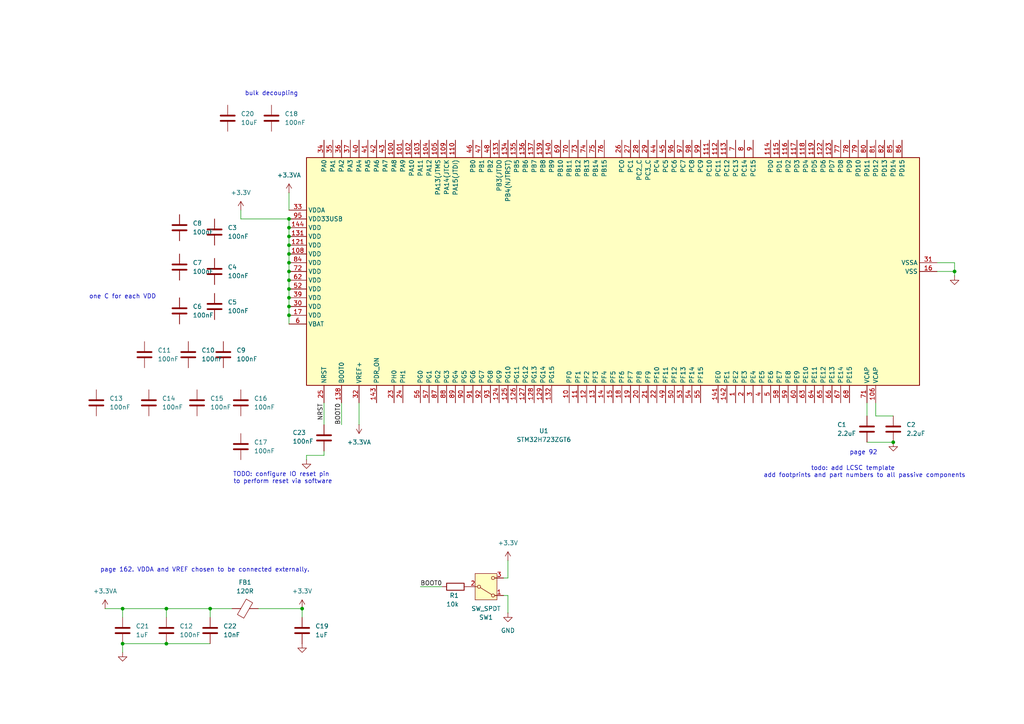
<source format=kicad_sch>
(kicad_sch (version 20231120) (generator "eeschema") (generator_version "8.0")
  (paper "A4")
  (lib_symbols
    (symbol "Connector:Conn_01x02_Socket" (pin_names (offset 1.016) hide)
      (property "Reference" "J" (at 0 2.54 0))
      (property "Value" "Conn_01x02_Socket" (at 0 -5.08 0))
      (symbol "Conn_01x02_Socket_1_1"
        (arc (start 0 -2.032) (mid -0.5058 -2.54) (end 0 -3.048) (stroke (width 0.1524)))
        (polyline (pts (xy -1.27 -2.54) (xy -0.508 -2.54)) (stroke (width 0.1524)))
        (polyline (pts (xy -1.27 0) (xy -0.508 0)) (stroke (width 0.1524)))
        (arc (start 0 0.508) (mid -0.5058 0) (end 0 -0.508) (stroke (width 0.1524)))
        (pin passive line (at -5.08 0 0) (length 3.81) (name "Pin_1") (number "1"))
        (pin passive line (at -5.08 -2.54 0) (length 3.81) (name "Pin_2") (number "2"))
      )
    )
    (symbol "Connector:USB_C_Plug_USB2.0" (pin_names (offset 1.016))
      (property "Reference" "P" (at -10.16 19.05 0))
      (property "Value" "USB_C_Plug_USB2.0" (at 12.7 19.05 0))
      (symbol "USB_C_Plug_USB2.0_0_0"
        (rectangle (start -0.254 -17.78) (end 0.254 -16.764))
        (rectangle (start 10.16 -2.286) (end 9.144 -2.794))
        (rectangle (start 10.16 2.794) (end 9.144 2.286))
        (rectangle (start 10.16 7.874) (end 9.144 7.366))
        (rectangle (start 10.16 10.414) (end 9.144 9.906))
        (rectangle (start 10.16 15.494) (end 9.144 14.986))
      )
      (symbol "USB_C_Plug_USB2.0_0_1"
        (rectangle (start -10.16 17.78) (end 10.16 -17.78) (stroke (width 0.254)) (fill (type background)))
        (arc (start -8.89 -3.81) (mid -6.985 -5.7067) (end -5.08 -3.81) (stroke (width 0.508)))
        (arc (start -7.62 -3.81) (mid -6.985 -4.4423) (end -6.35 -3.81) (stroke (width 0.254)))
        (arc (start -7.62 -3.81) (mid -6.985 -4.4423) (end -6.35 -3.81) (stroke (width 0.254)) (fill (type outline)))
        (rectangle (start -7.62 -3.81) (end -6.35 3.81) (stroke (width 0.254)) (fill (type outline)))
        (arc (start -6.35 3.81) (mid -6.985 4.4423) (end -7.62 3.81) (stroke (width 0.254)))
        (arc (start -6.35 3.81) (mid -6.985 4.4423) (end -7.62 3.81) (stroke (width 0.254)) (fill (type outline)))
        (arc (start -5.08 3.81) (mid -6.985 5.7067) (end -8.89 3.81) (stroke (width 0.508)))
        (circle (center -2.54 1.143) (radius 0.635) (stroke (width 0.254)) (fill (type outline)))
        (circle (center 0 -5.842) (radius 1.27) (fill (type outline)))
        (polyline (pts (xy -8.89 -3.81) (xy -8.89 3.81)) (stroke (width 0.508)))
        (polyline (pts (xy -5.08 3.81) (xy -5.08 -3.81)) (stroke (width 0.508)))
        (polyline (pts (xy 0 -5.842) (xy 0 4.318)) (stroke (width 0.508)))
        (polyline (pts (xy 0 -3.302) (xy -2.54 -0.762) (xy -2.54 0.508)) (stroke (width 0.508)))
        (polyline (pts (xy 0 -2.032) (xy 2.54 0.508) (xy 2.54 1.778)) (stroke (width 0.508)))
        (polyline (pts (xy -1.27 4.318) (xy 0 6.858) (xy 1.27 4.318) (xy -1.27 4.318)) (stroke (width 0.254)) (fill (type outline)))
        (rectangle (start 1.905 1.778) (end 3.175 3.048) (stroke (width 0.254)) (fill (type outline)))
      )
      (symbol "USB_C_Plug_USB2.0_1_1"
        (pin passive line (at 0 -22.86 90) (length 5.08) (name "GND") (number "A1"))
        (pin passive line (at 0 -22.86 90) (length 5.08) hide (name "GND") (number "A12"))
        (pin passive line (at 15.24 15.24 180) (length 5.08) (name "VBUS") (number "A4"))
        (pin bidirectional line (at 15.24 10.16 180) (length 5.08) (name "CC") (number "A5"))
        (pin bidirectional line (at 15.24 -2.54 180) (length 5.08) (name "D+") (number "A6"))
        (pin bidirectional line (at 15.24 2.54 180) (length 5.08) (name "D-") (number "A7"))
        (pin passive line (at 15.24 15.24 180) (length 5.08) hide (name "VBUS") (number "A9"))
        (pin passive line (at 0 -22.86 90) (length 5.08) hide (name "GND") (number "B1"))
        (pin passive line (at 0 -22.86 90) (length 5.08) hide (name "GND") (number "B12"))
        (pin passive line (at 15.24 15.24 180) (length 5.08) hide (name "VBUS") (number "B4"))
        (pin bidirectional line (at 15.24 7.62 180) (length 5.08) (name "VCONN") (number "B5"))
        (pin passive line (at 15.24 15.24 180) (length 5.08) hide (name "VBUS") (number "B9"))
        (pin passive line (at -7.62 -22.86 90) (length 5.08) (name "SHIELD") (number "S1"))
      )
    )
    (symbol "Device:C" (pin_numbers hide) (pin_names (offset 0.254))
      (property "Reference" "C" (at 0.635 2.54 0))
      (property "Value" "C" (at 0.635 -2.54 0))
      (symbol "C_0_1"
        (polyline (pts (xy -2.032 -0.762) (xy 2.032 -0.762)) (stroke (width 0.508)))
        (polyline (pts (xy -2.032 0.762) (xy 2.032 0.762)) (stroke (width 0.508)))
      )
      (symbol "C_1_1"
        (pin passive line (at 0 3.81 270) (length 2.794) (name "~") (number "1"))
        (pin passive line (at 0 -3.81 90) (length 2.794) (name "~") (number "2"))
      )
    )
    (symbol "Device:FerriteBead" (pin_numbers hide) (pin_names (offset 0))
      (property "Reference" "FB" (at -3.81 0.635 90))
      (property "Value" "FerriteBead" (at 3.81 0 90))
      (symbol "FerriteBead_0_1"
        (polyline (pts (xy 0 -1.27) (xy 0 -1.2192)))
        (polyline (pts (xy 0 1.27) (xy 0 1.2954)))
        (polyline (pts (xy -2.7686 0.4064) (xy -1.7018 2.2606) (xy 2.7686 -0.3048) (xy 1.6764 -2.159) (xy -2.7686 0.4064)))
      )
      (symbol "FerriteBead_1_1"
        (pin passive line (at 0 3.81 270) (length 2.54) (name "~") (number "1"))
        (pin passive line (at 0 -3.81 90) (length 2.54) (name "~") (number "2"))
      )
    )
    (symbol "Device:R" (pin_numbers hide) (pin_names (offset 0))
      (property "Reference" "R" (at 2.032 0 90))
      (property "Value" "R" (at 0 0 90))
      (symbol "R_0_1"
        (rectangle (start -1.016 -2.54) (end 1.016 2.54) (stroke (width 0.254)))
      )
      (symbol "R_1_1"
        (pin passive line (at 0 3.81 270) (length 1.27) (name "~") (number "1"))
        (pin passive line (at 0 -3.81 90) (length 1.27) (name "~") (number "2"))
      )
    )
    (symbol "MCU_ST_STM32H7:STM32H723ZGTx"
      (property "Reference" "U" (at -33.02 90.17 0))
      (property "Value" "STM32H723ZGTx" (at 20.32 90.17 0))
      (symbol "STM32H723ZGTx_0_1"
        (rectangle (start -33.02 -88.9) (end 33.02 88.9) (stroke (width 0.254)) (fill (type background)))
      )
      (symbol "STM32H723ZGTx_1_1"
        (pin bidirectional line (at -38.1 -35.56 0) (length 5.08) (name "PE2") (number "1"))
        (pin bidirectional line (at -38.1 12.7 0) (length 5.08) (name "PF0") (number "10"))
        (pin bidirectional line (at 38.1 63.5 180) (length 5.08) (name "PA8") (number "100"))
        (pin bidirectional line (at 38.1 60.96 180) (length 5.08) (name "PA9") (number "101"))
        (pin bidirectional line (at 38.1 58.42 180) (length 5.08) (name "PA10") (number "102"))
        (pin bidirectional line (at 38.1 55.88 180) (length 5.08) (name "PA11") (number "103"))
        (pin bidirectional line (at 38.1 53.34 180) (length 5.08) (name "PA12") (number "104"))
        (pin bidirectional line (at 38.1 50.8 180) (length 5.08) (name "PA13(JTMS") (number "105"))
        (pin power_out line (at -38.1 -76.2 0) (length 5.08) (name "VCAP") (number "106"))
        (pin passive line (at 0 -93.98 90) (length 5.08) hide (name "VSS") (number "107"))
        (pin power_in line (at 5.08 93.98 270) (length 5.08) (name "VDD") (number "108"))
        (pin bidirectional line (at 38.1 48.26 180) (length 5.08) (name "PA14(JTCK") (number "109"))
        (pin bidirectional line (at -38.1 10.16 0) (length 5.08) (name "PF1") (number "11"))
        (pin bidirectional line (at 38.1 45.72 180) (length 5.08) (name "PA15(JTDI)") (number "110"))
        (pin bidirectional line (at 38.1 -27.94 180) (length 5.08) (name "PC10") (number "111"))
        (pin bidirectional line (at 38.1 -30.48 180) (length 5.08) (name "PC11") (number "112"))
        (pin bidirectional line (at 38.1 -33.02 180) (length 5.08) (name "PC12") (number "113"))
        (pin bidirectional line (at 38.1 -45.72 180) (length 5.08) (name "PD0") (number "114"))
        (pin bidirectional line (at 38.1 -48.26 180) (length 5.08) (name "PD1") (number "115"))
        (pin bidirectional line (at 38.1 -50.8 180) (length 5.08) (name "PD2") (number "116"))
        (pin bidirectional line (at 38.1 -53.34 180) (length 5.08) (name "PD3") (number "117"))
        (pin bidirectional line (at 38.1 -55.88 180) (length 5.08) (name "PD4") (number "118"))
        (pin bidirectional line (at 38.1 -58.42 180) (length 5.08) (name "PD5") (number "119"))
        (pin bidirectional line (at -38.1 7.62 0) (length 5.08) (name "PF2") (number "12"))
        (pin passive line (at 0 -93.98 90) (length 5.08) hide (name "VSS") (number "120"))
        (pin power_in line (at 7.62 93.98 270) (length 5.08) (name "VDD") (number "121"))
        (pin bidirectional line (at 38.1 -60.96 180) (length 5.08) (name "PD6") (number "122"))
        (pin bidirectional line (at 38.1 -63.5 180) (length 5.08) (name "PD7") (number "123"))
        (pin bidirectional line (at -38.1 33.02 0) (length 5.08) (name "PG9") (number "124"))
        (pin bidirectional line (at -38.1 30.48 0) (length 5.08) (name "PG10") (number "125"))
        (pin bidirectional line (at -38.1 27.94 0) (length 5.08) (name "PG11") (number "126"))
        (pin bidirectional line (at -38.1 25.4 0) (length 5.08) (name "PG12") (number "127"))
        (pin bidirectional line (at -38.1 22.86 0) (length 5.08) (name "PG13") (number "128"))
        (pin bidirectional line (at -38.1 20.32 0) (length 5.08) (name "PG14") (number "129"))
        (pin bidirectional line (at -38.1 5.08 0) (length 5.08) (name "PF3") (number "13"))
        (pin passive line (at 0 -93.98 90) (length 5.08) hide (name "VSS") (number "130"))
        (pin power_in line (at 10.16 93.98 270) (length 5.08) (name "VDD") (number "131"))
        (pin bidirectional line (at -38.1 17.78 0) (length 5.08) (name "PG15") (number "132"))
        (pin bidirectional line (at 38.1 33.02 180) (length 5.08) (name "PB3(JTDO") (number "133"))
        (pin bidirectional line (at 38.1 30.48 180) (length 5.08) (name "PB4(NJTRST)") (number "134"))
        (pin bidirectional line (at 38.1 27.94 180) (length 5.08) (name "PB5") (number "135"))
        (pin bidirectional line (at 38.1 25.4 180) (length 5.08) (name "PB6") (number "136"))
        (pin bidirectional line (at 38.1 22.86 180) (length 5.08) (name "PB7") (number "137"))
        (pin input line (at -38.1 78.74 0) (length 5.08) (name "BOOT0") (number "138"))
        (pin bidirectional line (at 38.1 20.32 180) (length 5.08) (name "PB8") (number "139"))
        (pin bidirectional line (at -38.1 2.54 0) (length 5.08) (name "PF4") (number "14"))
        (pin bidirectional line (at 38.1 17.78 180) (length 5.08) (name "PB9") (number "140"))
        (pin bidirectional line (at -38.1 -30.48 0) (length 5.08) (name "PE0") (number "141"))
        (pin bidirectional line (at -38.1 -33.02 0) (length 5.08) (name "PE1") (number "142"))
        (pin input line (at -38.1 68.58 0) (length 5.08) (name "PDR_ON") (number "143"))
        (pin power_in line (at 12.7 93.98 270) (length 5.08) (name "VDD") (number "144"))
        (pin bidirectional line (at -38.1 0 0) (length 5.08) (name "PF5") (number "15"))
        (pin power_in line (at 0 -93.98 90) (length 5.08) (name "VSS") (number "16"))
        (pin power_in line (at -12.7 93.98 270) (length 5.08) (name "VDD") (number "17"))
        (pin bidirectional line (at -38.1 -2.54 0) (length 5.08) (name "PF6") (number "18"))
        (pin bidirectional line (at -38.1 -5.08 0) (length 5.08) (name "PF7") (number "19"))
        (pin bidirectional line (at -38.1 -38.1 0) (length 5.08) (name "PE3") (number "2"))
        (pin bidirectional line (at -38.1 -7.62 0) (length 5.08) (name "PF8") (number "20"))
        (pin bidirectional line (at -38.1 -10.16 0) (length 5.08) (name "PF9") (number "21"))
        (pin bidirectional line (at -38.1 -12.7 0) (length 5.08) (name "PF10") (number "22"))
        (pin bidirectional line (at -38.1 63.5 0) (length 5.08) (name "PH0") (number "23"))
        (pin bidirectional line (at -38.1 60.96 0) (length 5.08) (name "PH1") (number "24"))
        (pin input line (at -38.1 83.82 0) (length 5.08) (name "NRST") (number "25"))
        (pin bidirectional line (at 38.1 -2.54 180) (length 5.08) (name "PC0") (number "26"))
        (pin bidirectional line (at 38.1 -5.08 180) (length 5.08) (name "PC1") (number "27"))
        (pin bidirectional line (at 38.1 -7.62 180) (length 5.08) (name "PC2_C") (number "28"))
        (pin bidirectional line (at 38.1 -10.16 180) (length 5.08) (name "PC3_C") (number "29"))
        (pin bidirectional line (at -38.1 -40.64 0) (length 5.08) (name "PE4") (number "3"))
        (pin power_in line (at -10.16 93.98 270) (length 5.08) (name "VDD") (number "30"))
        (pin power_in line (at 2.54 -93.98 90) (length 5.08) (name "VSSA") (number "31"))
        (pin input line (at -38.1 73.66 0) (length 5.08) (name "VREF+") (number "32"))
        (pin power_in line (at 17.78 93.98 270) (length 5.08) (name "VDDA") (number "33"))
        (pin bidirectional line (at 38.1 83.82 180) (length 5.08) (name "PA0") (number "34"))
        (pin bidirectional line (at 38.1 81.28 180) (length 5.08) (name "PA1") (number "35"))
        (pin bidirectional line (at 38.1 78.74 180) (length 5.08) (name "PA2") (number "36"))
        (pin bidirectional line (at 38.1 76.2 180) (length 5.08) (name "PA3") (number "37"))
        (pin passive line (at 0 -93.98 90) (length 5.08) hide (name "VSS") (number "38"))
        (pin power_in line (at -7.62 93.98 270) (length 5.08) (name "VDD") (number "39"))
        (pin bidirectional line (at -38.1 -43.18 0) (length 5.08) (name "PE5") (number "4"))
        (pin bidirectional line (at 38.1 73.66 180) (length 5.08) (name "PA4") (number "40"))
        (pin bidirectional line (at 38.1 71.12 180) (length 5.08) (name "PA5") (number "41"))
        (pin bidirectional line (at 38.1 68.58 180) (length 5.08) (name "PA6") (number "42"))
        (pin bidirectional line (at 38.1 66.04 180) (length 5.08) (name "PA7") (number "43"))
        (pin bidirectional line (at 38.1 -12.7 180) (length 5.08) (name "PC4") (number "44"))
        (pin bidirectional line (at 38.1 -15.24 180) (length 5.08) (name "PC5") (number "45"))
        (pin bidirectional line (at 38.1 40.64 180) (length 5.08) (name "PB0") (number "46"))
        (pin bidirectional line (at 38.1 38.1 180) (length 5.08) (name "PB1") (number "47"))
        (pin bidirectional line (at 38.1 35.56 180) (length 5.08) (name "PB2") (number "48"))
        (pin bidirectional line (at -38.1 -15.24 0) (length 5.08) (name "PF11") (number "49"))
        (pin bidirectional line (at -38.1 -45.72 0) (length 5.08) (name "PE6") (number "5"))
        (pin bidirectional line (at -38.1 -17.78 0) (length 5.08) (name "PF12") (number "50"))
        (pin passive line (at 0 -93.98 90) (length 5.08) hide (name "VSS") (number "51"))
        (pin power_in line (at -5.08 93.98 270) (length 5.08) (name "VDD") (number "52"))
        (pin bidirectional line (at -38.1 -20.32 0) (length 5.08) (name "PF13") (number "53"))
        (pin bidirectional line (at -38.1 -22.86 0) (length 5.08) (name "PF14") (number "54"))
        (pin bidirectional line (at -38.1 -25.4 0) (length 5.08) (name "PF15") (number "55"))
        (pin bidirectional line (at -38.1 55.88 0) (length 5.08) (name "PG0") (number "56"))
        (pin bidirectional line (at -38.1 53.34 0) (length 5.08) (name "PG1") (number "57"))
        (pin bidirectional line (at -38.1 -48.26 0) (length 5.08) (name "PE7") (number "58"))
        (pin bidirectional line (at -38.1 -50.8 0) (length 5.08) (name "PE8") (number "59"))
        (pin power_in line (at -15.24 93.98 270) (length 5.08) (name "VBAT") (number "6"))
        (pin bidirectional line (at -38.1 -53.34 0) (length 5.08) (name "PE9") (number "60"))
        (pin passive line (at 0 -93.98 90) (length 5.08) hide (name "VSS") (number "61"))
        (pin power_in line (at -2.54 93.98 270) (length 5.08) (name "VDD") (number "62"))
        (pin bidirectional line (at -38.1 -55.88 0) (length 5.08) (name "PE10") (number "63"))
        (pin bidirectional line (at -38.1 -58.42 0) (length 5.08) (name "PE11") (number "64"))
        (pin bidirectional line (at -38.1 -60.96 0) (length 5.08) (name "PE12") (number "65"))
        (pin bidirectional line (at -38.1 -63.5 0) (length 5.08) (name "PE13") (number "66"))
        (pin bidirectional line (at -38.1 -66.04 0) (length 5.08) (name "PE14") (number "67"))
        (pin bidirectional line (at -38.1 -68.58 0) (length 5.08) (name "PE15") (number "68"))
        (pin bidirectional line (at 38.1 15.24 180) (length 5.08) (name "PB10") (number "69"))
        (pin bidirectional line (at 38.1 -35.56 180) (length 5.08) (name "PC13") (number "7"))
        (pin bidirectional line (at 38.1 12.7 180) (length 5.08) (name "PB11") (number "70"))
        (pin power_out line (at -38.1 -73.66 0) (length 5.08) (name "VCAP") (number "71"))
        (pin power_in line (at 0 93.98 270) (length 5.08) (name "VDD") (number "72"))
        (pin bidirectional line (at 38.1 10.16 180) (length 5.08) (name "PB12") (number "73"))
        (pin bidirectional line (at 38.1 7.62 180) (length 5.08) (name "PB13") (number "74"))
        (pin bidirectional line (at 38.1 5.08 180) (length 5.08) (name "PB14") (number "75"))
        (pin bidirectional line (at 38.1 2.54 180) (length 5.08) (name "PB15") (number "76"))
        (pin bidirectional line (at 38.1 -66.04 180) (length 5.08) (name "PD8") (number "77"))
        (pin bidirectional line (at 38.1 -68.58 180) (length 5.08) (name "PD9") (number "78"))
        (pin bidirectional line (at 38.1 -71.12 180) (length 5.08) (name "PD10") (number "79"))
        (pin bidirectional line (at 38.1 -38.1 180) (length 5.08) (name "PC14") (number "8"))
        (pin bidirectional line (at 38.1 -73.66 180) (length 5.08) (name "PD11") (number "80"))
        (pin bidirectional line (at 38.1 -76.2 180) (length 5.08) (name "PD12") (number "81"))
        (pin bidirectional line (at 38.1 -78.74 180) (length 5.08) (name "PD13") (number "82"))
        (pin passive line (at 0 -93.98 90) (length 5.08) hide (name "VSS") (number "83"))
        (pin power_in line (at 2.54 93.98 270) (length 5.08) (name "VDD") (number "84"))
        (pin bidirectional line (at 38.1 -81.28 180) (length 5.08) (name "PD14") (number "85"))
        (pin bidirectional line (at 38.1 -83.82 180) (length 5.08) (name "PD15") (number "86"))
        (pin bidirectional line (at -38.1 50.8 0) (length 5.08) (name "PG2") (number "87"))
        (pin bidirectional line (at -38.1 48.26 0) (length 5.08) (name "PG3") (number "88"))
        (pin bidirectional line (at -38.1 45.72 0) (length 5.08) (name "PG4") (number "89"))
        (pin bidirectional line (at 38.1 -40.64 180) (length 5.08) (name "PC15") (number "9"))
        (pin bidirectional line (at -38.1 43.18 0) (length 5.08) (name "PG5") (number "90"))
        (pin bidirectional line (at -38.1 40.64 0) (length 5.08) (name "PG6") (number "91"))
        (pin bidirectional line (at -38.1 38.1 0) (length 5.08) (name "PG7") (number "92"))
        (pin bidirectional line (at -38.1 35.56 0) (length 5.08) (name "PG8") (number "93"))
        (pin passive line (at 0 -93.98 90) (length 5.08) hide (name "VSS") (number "94"))
        (pin power_in line (at 15.24 93.98 270) (length 5.08) (name "VDD33USB") (number "95"))
        (pin bidirectional line (at 38.1 -17.78 180) (length 5.08) (name "PC6") (number "96"))
        (pin bidirectional line (at 38.1 -20.32 180) (length 5.08) (name "PC7") (number "97"))
        (pin bidirectional line (at 38.1 -22.86 180) (length 5.08) (name "PC8") (number "98"))
        (pin bidirectional line (at 38.1 -25.4 180) (length 5.08) (name "PC9") (number "99"))
      )
    )
    (symbol "Switch:SW_SPDT" (pin_names (offset 0) hide)
      (property "Reference" "SW" (at 0 5.08 0))
      (property "Value" "SW_SPDT" (at 0 -5.08 0))
      (symbol "SW_SPDT_0_1"
        (circle (center -2.032 0) (radius 0.4572))
        (polyline (pts (xy -1.651 0.254) (xy 1.651 2.286)))
        (circle (center 2.032 -2.54) (radius 0.4572))
        (circle (center 2.032 2.54) (radius 0.4572))
      )
      (symbol "SW_SPDT_1_1"
        (rectangle (start -3.175 3.81) (end 3.175 -3.81) (fill (type background)))
        (pin passive line (at 5.08 2.54 180) (length 2.54) (name "A") (number "1"))
        (pin passive line (at -5.08 0 0) (length 2.54) (name "B") (number "2"))
        (pin passive line (at 5.08 -2.54 180) (length 2.54) (name "C") (number "3"))
      )
    )
    (symbol "power:+3.3V" (power) (pin_numbers hide) (pin_names (offset 0) hide)
      (property "Value" "+3.3V" (at 0 3.556 0))
      (symbol "+3.3V_0_1"
        (polyline (pts (xy -0.762 1.27) (xy 0 2.54)))
        (polyline (pts (xy 0 0) (xy 0 2.54)))
        (polyline (pts (xy 0 2.54) (xy 0.762 1.27)))
      )
      (symbol "+3.3V_1_1"
        (pin power_in line (at 0 0 90) (length 0) (name "~") (number "1"))
      )
    )
    (symbol "power:+3.3VA" (power) (pin_numbers hide) (pin_names (offset 0) hide)
      (property "Value" "+3.3VA" (at 0 3.556 0))
      (symbol "+3.3VA_0_1"
        (polyline (pts (xy -0.762 1.27) (xy 0 2.54)))
        (polyline (pts (xy 0 0) (xy 0 2.54)))
        (polyline (pts (xy 0 2.54) (xy 0.762 1.27)))
      )
      (symbol "+3.3VA_1_1"
        (pin power_in line (at 0 0 90) (length 0) (name "~") (number "1"))
      )
    )
    (symbol "power:GND" (power) (pin_numbers hide) (pin_names (offset 0) hide)
      (property "Value" "GND" (at 0 -3.81 0))
      (symbol "GND_0_1"
        (polyline (pts (xy 0 0) (xy 0 -1.27) (xy 1.27 -1.27) (xy 0 -2.54) (xy -1.27 -1.27) (xy 0 -1.27)))
      )
      (symbol "GND_1_1"
        (pin power_in line (at 0 0 270) (length 0) (name "~") (number "1"))
      )
    )
  )
  (junction (at 83.82 73.66))
  (junction (at 259.08 128.27))
  (junction (at 83.82 91.44))
  (junction (at 87.63 176.53))
  (junction (at 83.82 86.36))
  (junction (at 83.82 88.9))
  (junction (at 35.56 176.53))
  (junction (at 83.82 66.04))
  (junction (at 83.82 83.82))
  (junction (at 60.96 176.53))
  (junction (at 83.82 78.74))
  (junction (at 83.82 71.12))
  (junction (at 276.86 78.74))
  (junction (at 48.26 176.53))
  (junction (at 35.56 186.69))
  (junction (at 83.82 68.58))
  (junction (at 83.82 81.28))
  (junction (at 83.82 76.2))
  (junction (at 83.82 63.5))
  (junction (at 48.26 186.69))
  (wire (pts (xy 276.86 78.74) (xy 276.86 80.01)))
  (wire (pts (xy 271.78 76.2) (xy 276.86 76.2)))
  (wire (pts (xy 60.96 176.53) (xy 67.31 176.53)))
  (wire (pts (xy 93.98 132.08) (xy 93.98 130.81)))
  (wire (pts (xy 104.14 123.19) (xy 104.14 116.84)))
  (wire (pts (xy 251.46 128.27) (xy 259.08 128.27)))
  (wire (pts (xy 83.82 71.12) (xy 83.82 73.66)))
  (wire (pts (xy 87.63 179.07) (xy 87.63 176.53)))
  (wire (pts (xy 48.26 186.69) (xy 60.96 186.69)))
  (wire (pts (xy 99.06 116.84) (xy 99.06 123.19)))
  (wire (pts (xy 83.82 68.58) (xy 83.82 71.12)))
  (wire (pts (xy 30.48 176.53) (xy 35.56 176.53)))
  (wire (pts (xy 147.32 162.56) (xy 147.32 167.64)))
  (wire (pts (xy 147.32 177.8) (xy 147.32 172.72)))
  (wire (pts (xy 35.56 176.53) (xy 35.56 179.07)))
  (wire (pts (xy 251.46 116.84) (xy 251.46 120.65)))
  (wire (pts (xy 83.82 88.9) (xy 83.82 91.44)))
  (wire (pts (xy 254 116.84) (xy 254 120.65)))
  (wire (pts (xy 48.26 176.53) (xy 48.26 179.07)))
  (wire (pts (xy 69.85 63.5) (xy 83.82 63.5)))
  (wire (pts (xy 147.32 172.72) (xy 146.05 172.72)))
  (wire (pts (xy 35.56 176.53) (xy 48.26 176.53)))
  (wire (pts (xy 271.78 78.74) (xy 276.86 78.74)))
  (wire (pts (xy 121.92 170.18) (xy 128.27 170.18)))
  (wire (pts (xy 83.82 78.74) (xy 83.82 81.28)))
  (wire (pts (xy 83.82 86.36) (xy 83.82 88.9)))
  (wire (pts (xy 35.56 186.69) (xy 48.26 186.69)))
  (wire (pts (xy 83.82 66.04) (xy 83.82 68.58)))
  (wire (pts (xy 83.82 63.5) (xy 83.82 66.04)))
  (wire (pts (xy 35.56 186.69) (xy 35.56 189.23)))
  (wire (pts (xy 83.82 91.44) (xy 83.82 93.98)))
  (wire (pts (xy 146.05 167.64) (xy 147.32 167.64)))
  (wire (pts (xy 83.82 73.66) (xy 83.82 76.2)))
  (wire (pts (xy 69.85 60.96) (xy 69.85 63.5)))
  (wire (pts (xy 74.93 176.53) (xy 87.63 176.53)))
  (wire (pts (xy 276.86 76.2) (xy 276.86 78.74)))
  (wire (pts (xy 83.82 83.82) (xy 83.82 86.36)))
  (wire (pts (xy 83.82 76.2) (xy 83.82 78.74)))
  (wire (pts (xy 88.9 132.08) (xy 88.9 133.35)))
  (wire (pts (xy 60.96 176.53) (xy 60.96 179.07)))
  (wire (pts (xy 83.82 81.28) (xy 83.82 83.82)))
  (wire (pts (xy 254 120.65) (xy 259.08 120.65)))
  (wire (pts (xy 93.98 116.84) (xy 93.98 123.19)))
  (wire (pts (xy 48.26 176.53) (xy 60.96 176.53)))
  (wire (pts (xy 83.82 55.88) (xy 83.82 60.96)))
  (wire (pts (xy 88.9 132.08) (xy 93.98 132.08)))
  (text "one C for each VDD" (at 35.56 86.106 0) (effects (font (size 1.27 1.27))))
  (text "page 92\n" (at 250.444 131.318 0) (effects (font (size 1.27 1.27))))
  (text "page 162. VDDA and VREF chosen to be connected externally." (at 59.436 165.354 0) (effects (font (size 1.27 1.27))))
  (text "bulk decoupling" (at 78.74 27.178 0) (effects (font (size 1.27 1.27))))
  (text "TODO: configure IO reset pin \nto perform reset via software" (at 82.042 138.684 0) (effects (font (size 1.27 1.27))))
  (text "todo: add LCSC template\n	  add footprints and part numbers to all passive components" (at 247.396 136.906 0) (effects (font (size 1.27 1.27))))
  (label "BOOT0" (at 99.06 123.19 90))
  (label "NRST" (at 93.98 121.92 90))
  (label "BOOT0" (at 121.92 170.18 0))
  (symbol (lib_id "Device:C") (at 259.08 124.46 0) (unit 1)
    (property "Reference" "C2" (at 262.89 123.1899 0) (effects (justify left)))
    (property "Value" "2.2uF" (at 262.89 125.7299 0) (effects (justify left)))
    (property "Footprint" "Capacitor_SMD:C_0603_1608Metric" (effects (hide yes)))
    (property "Description" "Unpolarized capacitor" (effects (hide yes)))
  )
  (symbol (lib_id "Device:R") (at 132.08 170.18 90) (unit 1)
    (property "Reference" "R1" (at 133.096 172.72 90) (effects (justify left)))
    (property "Value" "10k" (at 133.096 175.26 90) (effects (justify left)))
    (property "Description" "Resistor" (effects (hide yes)))
  )
  (symbol (lib_id "Device:C") (at 78.74 34.29 0) (unit 1)
    (property "Reference" "C18" (at 82.55 33.0199 0) (effects (justify left)))
    (property "Value" "100nF" (at 82.55 35.5599 0) (effects (justify left)))
    (property "Description" "Unpolarized capacitor" (effects (hide yes)))
  )
  (symbol (lib_id "Device:C") (at 57.15 116.84 0) (unit 1)
    (property "Reference" "C15" (at 60.96 115.5699 0) (effects (justify left)))
    (property "Value" "100nF" (at 60.96 118.1099 0) (effects (justify left)))
    (property "Description" "Unpolarized capacitor" (effects (hide yes)))
  )
  (symbol (lib_id "power:+3.3V") (at 69.85 60.96 0) (unit 1)
    (property "Reference" "#PWR2" (effects (hide yes)))
    (property "Value" "+3.3V" (at 69.85 55.88 0))
    (property "Description" "Power symbol creates a global label with name \"+3.3V\"" (effects (hide yes)))
  )
  (symbol (lib_id "Connector:USB_C_Plug_USB2.0") (at -35.56 53.34 0) (unit 1)
    (property "Reference" "P1" (at -35.56 30.48 0))
    (property "Value" "USB_C_Plug_USB2.0" (at -35.56 33.02 0))
    (property "Datasheet" "https://www.usb.org/sites/default/files/documents/usb_type-c.zip" (effects (hide yes)))
    (property "Description" "USB 2.0-only Type-C Plug connector" (effects (hide yes)))
  )
  (symbol (lib_id "Connector:Conn_01x02_Socket") (at -35.56 24.13 0) (unit 1)
    (property "Reference" "J1" (at -34.29 24.1299 0) (effects (justify left)))
    (property "Value" "Conn_01x02_Socket" (at -34.29 26.6699 0) (effects (justify left)))
    (property "Description" "Generic connector, single row, 01x02, script generated" (effects (hide yes)))
  )
  (symbol (lib_id "Device:C") (at 41.91 102.87 0) (unit 1)
    (property "Reference" "C11" (at 45.72 101.5999 0) (effects (justify left)))
    (property "Value" "100nF" (at 45.72 104.1399 0) (effects (justify left)))
    (property "Description" "Unpolarized capacitor" (effects (hide yes)))
  )
  (symbol (lib_id "power:GND") (at 88.9 133.35 0) (unit 1)
    (property "Reference" "#PWR9" (effects (hide yes)))
    (property "Value" "GND" (effects (hide yes)))
    (property "Description" "Power symbol creates a global label with name \"GND\" , ground" (effects (hide yes)))
  )
  (symbol (lib_id "Device:C") (at 62.23 67.31 0) (unit 1)
    (property "Reference" "C3" (at 66.04 66.0399 0) (effects (justify left)))
    (property "Value" "100nF" (at 66.04 68.5799 0) (effects (justify left)))
    (property "Description" "Unpolarized capacitor" (effects (hide yes)))
  )
  (symbol (lib_id "Device:C") (at 60.96 182.88 0) (unit 1)
    (property "Reference" "C22" (at 64.77 181.6099 0) (effects (justify left)))
    (property "Value" "10nF" (at 64.77 184.1499 0) (effects (justify left)))
    (property "Description" "Unpolarized capacitor" (effects (hide yes)))
  )
  (symbol (lib_id "power:GND") (at 147.32 177.8 0) (unit 1)
    (property "Reference" "#PWR10" (effects (hide yes)))
    (property "Value" "GND" (at 147.32 182.88 0))
    (property "Description" "Power symbol creates a global label with name \"GND\" , ground" (effects (hide yes)))
  )
  (symbol (lib_id "Device:C") (at 52.07 90.17 0) (unit 1)
    (property "Reference" "C6" (at 55.88 88.8999 0) (effects (justify left)))
    (property "Value" "100nF" (at 55.88 91.4399 0) (effects (justify left)))
    (property "Description" "Unpolarized capacitor" (effects (hide yes)))
  )
  (symbol (lib_id "power:+3.3VA") (at 104.14 123.19 180) (unit 1)
    (property "Reference" "#PWR12" (effects (hide yes)))
    (property "Value" "+3.3VA" (at 104.14 128.27 0))
    (property "Description" "Power symbol creates a global label with name \"+3.3VA\"" (effects (hide yes)))
  )
  (symbol (lib_id "power:+3.3VA") (at 30.48 176.53 0) (unit 1)
    (property "Reference" "#PWR6" (effects (hide yes)))
    (property "Value" "+3.3VA" (at 30.48 171.45 0))
    (property "Description" "Power symbol creates a global label with name \"+3.3VA\"" (effects (hide yes)))
  )
  (symbol (lib_id "Device:C") (at 43.18 116.84 0) (unit 1)
    (property "Reference" "C14" (at 46.99 115.5699 0) (effects (justify left)))
    (property "Value" "100nF" (at 46.99 118.1099 0) (effects (justify left)))
    (property "Description" "Unpolarized capacitor" (effects (hide yes)))
  )
  (symbol (lib_id "Device:C") (at 69.85 116.84 0) (unit 1)
    (property "Reference" "C16" (at 73.66 115.5699 0) (effects (justify left)))
    (property "Value" "100nF" (at 73.66 118.1099 0) (effects (justify left)))
    (property "Description" "Unpolarized capacitor" (effects (hide yes)))
  )
  (symbol (lib_id "power:GND") (at 259.08 128.27 0) (unit 1)
    (property "Reference" "#PWR4" (effects (hide yes)))
    (property "Value" "GND" (effects (hide yes)))
    (property "Description" "Power symbol creates a global label with name \"GND\" , ground" (effects (hide yes)))
  )
  (symbol (lib_id "power:GND") (at 35.56 189.23 0) (unit 1)
    (property "Reference" "#PWR7" (effects (hide yes)))
    (property "Value" "GND" (effects (hide yes)))
    (property "Description" "Power symbol creates a global label with name \"GND\" , ground" (effects (hide yes)))
  )
  (symbol (lib_id "Device:C") (at 48.26 182.88 0) (unit 1)
    (property "Reference" "C12" (at 52.07 181.6099 0) (effects (justify left)))
    (property "Value" "100nF" (at 52.07 184.1499 0) (effects (justify left)))
    (property "Description" "Unpolarized capacitor" (effects (hide yes)))
  )
  (symbol (lib_id "Device:C") (at 52.07 66.04 0) (unit 1)
    (property "Reference" "C8" (at 55.88 64.7699 0) (effects (justify left)))
    (property "Value" "100nF" (at 55.88 67.3099 0) (effects (justify left)))
    (property "Description" "Unpolarized capacitor" (effects (hide yes)))
  )
  (symbol (lib_id "Device:C") (at 62.23 78.74 0) (unit 1)
    (property "Reference" "C4" (at 66.04 77.4699 0) (effects (justify left)))
    (property "Value" "100nF" (at 66.04 80.0099 0) (effects (justify left)))
    (property "Description" "Unpolarized capacitor" (effects (hide yes)))
  )
  (symbol (lib_id "Device:C") (at 62.23 88.9 0) (unit 1)
    (property "Reference" "C5" (at 66.04 87.6299 0) (effects (justify left)))
    (property "Value" "100nF" (at 66.04 90.1699 0) (effects (justify left)))
    (property "Description" "Unpolarized capacitor" (effects (hide yes)))
  )
  (symbol (lib_id "Device:C") (at 52.07 77.47 0) (unit 1)
    (property "Reference" "C7" (at 55.88 76.1999 0) (effects (justify left)))
    (property "Value" "100nF" (at 55.88 78.7399 0) (effects (justify left)))
    (property "Description" "Unpolarized capacitor" (effects (hide yes)))
  )
  (symbol (lib_id "Device:C") (at 69.85 129.54 0) (unit 1)
    (property "Reference" "C17" (at 73.66 128.2699 0) (effects (justify left)))
    (property "Value" "100nF" (at 73.66 130.8099 0) (effects (justify left)))
    (property "Description" "Unpolarized capacitor" (effects (hide yes)))
  )
  (symbol (lib_id "Device:FerriteBead") (at 71.12 176.53 90) (unit 1)
    (property "Reference" "FB1" (at 71.0692 168.91 90))
    (property "Value" "120R" (at 71.0692 171.45 90))
    (property "Description" "Ferrite bead" (effects (hide yes)))
  )
  (symbol (lib_id "Device:C") (at 87.63 182.88 0) (unit 1)
    (property "Reference" "C19" (at 91.44 181.6099 0) (effects (justify left)))
    (property "Value" "1uF" (at 91.44 184.1499 0) (effects (justify left)))
    (property "Description" "Unpolarized capacitor" (effects (hide yes)))
  )
  (symbol (lib_id "Device:C") (at 35.56 182.88 0) (unit 1)
    (property "Reference" "C21" (at 39.37 181.6099 0) (effects (justify left)))
    (property "Value" "1uF" (at 39.37 184.1499 0) (effects (justify left)))
    (property "Description" "Unpolarized capacitor" (effects (hide yes)))
  )
  (symbol (lib_id "Switch:SW_SPDT") (at 140.97 170.18 0) (mirror x) (unit 1)
    (property "Reference" "SW1" (at 140.97 179.07 0))
    (property "Value" "SW_SPDT" (at 140.97 176.53 0))
    (property "Description" "Switch, single pole double throw" (effects (hide yes)))
  )
  (symbol (lib_id "power:+3.3V") (at 147.32 162.56 0) (unit 1)
    (property "Reference" "#PWR11" (effects (hide yes)))
    (property "Value" "+3.3V" (at 147.32 157.48 0))
    (property "Description" "Power symbol creates a global label with name \"+3.3V\"" (effects (hide yes)))
  )
  (symbol (lib_id "power:+3.3VA") (at 83.82 55.88 0) (unit 1)
    (property "Reference" "#PWR3" (effects (hide yes)))
    (property "Value" "+3.3VA" (at 83.82 50.8 0))
    (property "Description" "Power symbol creates a global label with name \"+3.3VA\"" (effects (hide yes)))
  )
  (symbol (lib_id "Device:C") (at 251.46 124.46 0) (unit 1)
    (property "Reference" "C1" (at 242.824 123.19 0) (effects (justify left)))
    (property "Value" "2.2uF" (at 242.824 125.73 0) (effects (justify left)))
    (property "Footprint" "Capacitor_SMD:C_0603_1608Metric" (effects (hide yes)))
    (property "Description" "Unpolarized capacitor" (effects (hide yes)))
  )
  (symbol (lib_id "Device:C") (at 66.04 34.29 0) (unit 1)
    (property "Reference" "C20" (at 69.85 33.0199 0) (effects (justify left)))
    (property "Value" "10uF" (at 69.85 35.5599 0) (effects (justify left)))
    (property "Description" "Unpolarized capacitor" (effects (hide yes)))
  )
  (symbol (lib_id "MCU_ST_STM32H7:STM32H723ZGTx") (at 177.8 78.74 90) (unit 1)
    (property "Reference" "U1" (at 157.734 124.968 90))
    (property "Value" "STM32H723ZGT6" (at 157.734 127.508 90))
    (property "Footprint" "Package_QFP:LQFP-144_20x20mm_P0.5mm" (effects (hide yes)))
    (property "Datasheet" "https://www.st.com/resource/en/datasheet/stm32h723zg.pdf" (effects (hide yes)))
    (property "Description" "STMicroelectronics Arm Cortex-M7 MCU, 1024KB flash, 564KB RAM, 550 MHz, 1.62-3.6V, 114 GPIO, LQFP144" (effects (hide yes)))
  )
  (symbol (lib_id "power:+3.3V") (at 87.63 176.53 0) (unit 1)
    (property "Reference" "#PWR5" (effects (hide yes)))
    (property "Value" "+3.3V" (at 87.63 171.45 0))
    (property "Description" "Power symbol creates a global label with name \"+3.3V\"" (effects (hide yes)))
  )
  (symbol (lib_id "Device:C") (at 54.61 102.87 0) (unit 1)
    (property "Reference" "C10" (at 58.42 101.5999 0) (effects (justify left)))
    (property "Value" "100nF" (at 58.42 104.1399 0) (effects (justify left)))
    (property "Description" "Unpolarized capacitor" (effects (hide yes)))
  )
  (symbol (lib_id "power:GND") (at 276.86 80.01 0) (unit 1)
    (property "Reference" "#PWR1" (effects (hide yes)))
    (property "Value" "GND" (effects (hide yes)))
    (property "Description" "Power symbol creates a global label with name \"GND\" , ground" (effects (hide yes)))
  )
  (symbol (lib_id "Device:C") (at 64.77 102.87 0) (unit 1)
    (property "Reference" "C9" (at 68.58 101.5999 0) (effects (justify left)))
    (property "Value" "100nF" (at 68.58 104.1399 0) (effects (justify left)))
    (property "Description" "Unpolarized capacitor" (effects (hide yes)))
  )
  (symbol (lib_id "power:GND") (at 87.63 186.69 0) (unit 1)
    (property "Reference" "#PWR8" (effects (hide yes)))
    (property "Value" "GND" (effects (hide yes)))
    (property "Description" "Power symbol creates a global label with name \"GND\" , ground" (effects (hide yes)))
  )
  (symbol (lib_id "Device:C") (at 93.98 127 0) (unit 1)
    (property "Reference" "C23" (at 84.836 125.476 0) (effects (justify left)))
    (property "Value" "100nF" (at 84.836 128.016 0) (effects (justify left)))
    (property "Description" "Unpolarized capacitor" (effects (hide yes)))
  )
  (symbol (lib_id "Device:C") (at 27.94 116.84 0) (unit 1)
    (property "Reference" "C13" (at 31.75 115.5699 0) (effects (justify left)))
    (property "Value" "100nF" (at 31.75 118.1099 0) (effects (justify left)))
    (property "Description" "Unpolarized capacitor" (effects (hide yes)))
  )
)
</source>
